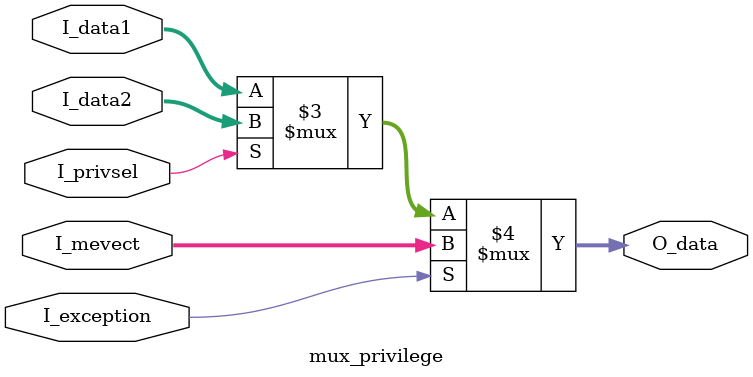
<source format=v>

module mux_privilege(
        input wire I_exception,        //interrupt select
		input wire I_privsel,
		input wire [31:0] I_mevect,
		input wire [31:0] I_data1,
		input wire [31:0] I_data2,
		output wire [31:0] O_data
	  );

    assign O_data = (I_exception == 1'b1) ? I_mevect : ((I_privsel == 1'b0) ? I_data1 : I_data2);

endmodule

</source>
